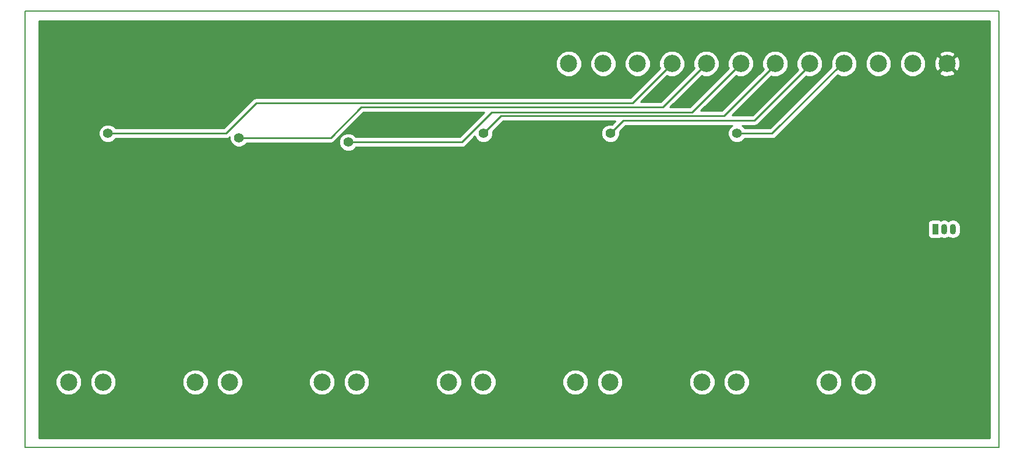
<source format=gbr>
G04 #@! TF.FileFunction,Copper,L2,Bot,Signal*
%FSLAX46Y46*%
G04 Gerber Fmt 4.6, Leading zero omitted, Abs format (unit mm)*
G04 Created by KiCad (PCBNEW 4.0.7) date Mon Jan 29 22:06:17 2018*
%MOMM*%
%LPD*%
G01*
G04 APERTURE LIST*
%ADD10C,0.100000*%
%ADD11C,0.150000*%
%ADD12C,2.500000*%
%ADD13O,0.900000X1.500000*%
%ADD14R,0.900000X1.500000*%
%ADD15C,1.400000*%
%ADD16C,0.250000*%
%ADD17C,0.254000*%
G04 APERTURE END LIST*
D10*
D11*
X106680000Y-33655000D02*
X106680000Y-97155000D01*
X106680000Y-33655000D02*
X248285000Y-33655000D01*
X248285000Y-97155000D02*
X106680000Y-97155000D01*
X248285000Y-33655000D02*
X248285000Y-97155000D01*
D12*
X228520000Y-87630000D03*
X223520000Y-87630000D03*
X240725000Y-41275000D03*
X235725000Y-41275000D03*
X230725000Y-41275000D03*
X225725000Y-41275000D03*
X220725000Y-41275000D03*
X215725000Y-41275000D03*
X210725000Y-41275000D03*
X205725000Y-41275000D03*
X200725000Y-41275000D03*
X195725000Y-41275000D03*
X190725000Y-41275000D03*
X185725000Y-41275000D03*
X210105000Y-87630000D03*
X205105000Y-87630000D03*
X191690000Y-87630000D03*
X186690000Y-87630000D03*
X173275000Y-87630000D03*
X168275000Y-87630000D03*
X154860000Y-87630000D03*
X149860000Y-87630000D03*
X136445000Y-87630000D03*
X131445000Y-87630000D03*
X118030000Y-87630000D03*
X113030000Y-87630000D03*
D13*
X240290000Y-65360000D03*
X241560000Y-65360000D03*
D14*
X239020000Y-65360000D03*
D15*
X226060000Y-66675000D03*
X115570000Y-66040000D03*
X126365000Y-59055000D03*
X133985000Y-66040000D03*
X189230000Y-66040000D03*
X170815000Y-66040000D03*
X143510000Y-59690000D03*
X151765000Y-65405000D03*
X161925000Y-58420000D03*
X180340000Y-58420000D03*
X198755000Y-60325000D03*
X207645000Y-66675000D03*
X218440000Y-59690000D03*
X210185000Y-51435000D03*
X191770000Y-51435000D03*
X173355000Y-51435000D03*
X153670000Y-52705000D03*
X137795000Y-52070000D03*
X118745000Y-51435000D03*
D16*
X126365000Y-59055000D02*
X126365000Y-66040000D01*
X126365000Y-66040000D02*
X140335000Y-80010000D01*
X140335000Y-80010000D02*
X149860000Y-80010000D01*
X133985000Y-66040000D02*
X135890000Y-66040000D01*
X135890000Y-66040000D02*
X149860000Y-80010000D01*
X149860000Y-80010000D02*
X157480000Y-80010000D01*
X189230000Y-66040000D02*
X189230000Y-72390000D01*
X189230000Y-72390000D02*
X181610000Y-80010000D01*
X170815000Y-66040000D02*
X170815000Y-71755000D01*
X170815000Y-71755000D02*
X179070000Y-80010000D01*
X143510000Y-59690000D02*
X143510000Y-66040000D01*
X143510000Y-66040000D02*
X157480000Y-80010000D01*
X157480000Y-80010000D02*
X167005000Y-80010000D01*
X151765000Y-65405000D02*
X166370000Y-80010000D01*
X166370000Y-80010000D02*
X167005000Y-80010000D01*
X167005000Y-80010000D02*
X175895000Y-80010000D01*
X180975000Y-80010000D02*
X180340000Y-80010000D01*
X179070000Y-80010000D02*
X180340000Y-80010000D01*
X175895000Y-80010000D02*
X179070000Y-80010000D01*
X161925000Y-66040000D02*
X175895000Y-80010000D01*
X161925000Y-66040000D02*
X161925000Y-58420000D01*
X180340000Y-58420000D02*
X180340000Y-79375000D01*
X180975000Y-80010000D02*
X181610000Y-80010000D01*
X181610000Y-80010000D02*
X182880000Y-80010000D01*
X180340000Y-79375000D02*
X180975000Y-80010000D01*
X198755000Y-60325000D02*
X198755000Y-64135000D01*
X198755000Y-64135000D02*
X182880000Y-80010000D01*
X207645000Y-66675000D02*
X207645000Y-67310000D01*
X207645000Y-67310000D02*
X194945000Y-80010000D01*
X218440000Y-59690000D02*
X218440000Y-69850000D01*
X208280000Y-80010000D02*
X194945000Y-80010000D01*
X218440000Y-69850000D02*
X208280000Y-80010000D01*
X194945000Y-80010000D02*
X182880000Y-80010000D01*
X218440000Y-59690000D02*
X218420000Y-59670000D01*
X225725000Y-41275000D02*
X225725000Y-40975000D01*
X215265000Y-51435000D02*
X210185000Y-51435000D01*
X225725000Y-40975000D02*
X215265000Y-51435000D01*
X220725000Y-41275000D02*
X220725000Y-41530000D01*
X193675000Y-49530000D02*
X191770000Y-51435000D01*
X212725000Y-49530000D02*
X193675000Y-49530000D01*
X220725000Y-41530000D02*
X212725000Y-49530000D01*
X215725000Y-41450000D02*
X208280000Y-48895000D01*
X208280000Y-48895000D02*
X175895000Y-48895000D01*
X175895000Y-48895000D02*
X173355000Y-51435000D01*
X215725000Y-41450000D02*
X215725000Y-41275000D01*
X153670000Y-52705000D02*
X170180000Y-52705000D01*
X203605002Y-48394998D02*
X210725000Y-41275000D01*
X174490002Y-48394998D02*
X203605002Y-48394998D01*
X170180000Y-52705000D02*
X174490002Y-48394998D01*
X139065000Y-52070000D02*
X151130000Y-52070000D01*
X199375000Y-47625000D02*
X205725000Y-41275000D01*
X155575000Y-47625000D02*
X199375000Y-47625000D01*
X151130000Y-52070000D02*
X155575000Y-47625000D01*
X137795000Y-52070000D02*
X139065000Y-52070000D01*
X139065000Y-52070000D02*
X139700000Y-52070000D01*
X135255000Y-51435000D02*
X135890000Y-51435000D01*
X118745000Y-51435000D02*
X135255000Y-51435000D01*
X195010000Y-46990000D02*
X200725000Y-41275000D01*
X140335000Y-46990000D02*
X195010000Y-46990000D01*
X135890000Y-51435000D02*
X140335000Y-46990000D01*
D17*
G36*
X246888000Y-95758000D02*
X108712000Y-95758000D01*
X108712000Y-88003305D01*
X111144674Y-88003305D01*
X111431043Y-88696372D01*
X111960839Y-89227093D01*
X112653405Y-89514672D01*
X113403305Y-89515326D01*
X114096372Y-89228957D01*
X114627093Y-88699161D01*
X114914672Y-88006595D01*
X114914674Y-88003305D01*
X116144674Y-88003305D01*
X116431043Y-88696372D01*
X116960839Y-89227093D01*
X117653405Y-89514672D01*
X118403305Y-89515326D01*
X119096372Y-89228957D01*
X119627093Y-88699161D01*
X119914672Y-88006595D01*
X119914674Y-88003305D01*
X129559674Y-88003305D01*
X129846043Y-88696372D01*
X130375839Y-89227093D01*
X131068405Y-89514672D01*
X131818305Y-89515326D01*
X132511372Y-89228957D01*
X133042093Y-88699161D01*
X133329672Y-88006595D01*
X133329674Y-88003305D01*
X134559674Y-88003305D01*
X134846043Y-88696372D01*
X135375839Y-89227093D01*
X136068405Y-89514672D01*
X136818305Y-89515326D01*
X137511372Y-89228957D01*
X138042093Y-88699161D01*
X138329672Y-88006595D01*
X138329674Y-88003305D01*
X147974674Y-88003305D01*
X148261043Y-88696372D01*
X148790839Y-89227093D01*
X149483405Y-89514672D01*
X150233305Y-89515326D01*
X150926372Y-89228957D01*
X151457093Y-88699161D01*
X151744672Y-88006595D01*
X151744674Y-88003305D01*
X152974674Y-88003305D01*
X153261043Y-88696372D01*
X153790839Y-89227093D01*
X154483405Y-89514672D01*
X155233305Y-89515326D01*
X155926372Y-89228957D01*
X156457093Y-88699161D01*
X156744672Y-88006595D01*
X156744674Y-88003305D01*
X166389674Y-88003305D01*
X166676043Y-88696372D01*
X167205839Y-89227093D01*
X167898405Y-89514672D01*
X168648305Y-89515326D01*
X169341372Y-89228957D01*
X169872093Y-88699161D01*
X170159672Y-88006595D01*
X170159674Y-88003305D01*
X171389674Y-88003305D01*
X171676043Y-88696372D01*
X172205839Y-89227093D01*
X172898405Y-89514672D01*
X173648305Y-89515326D01*
X174341372Y-89228957D01*
X174872093Y-88699161D01*
X175159672Y-88006595D01*
X175159674Y-88003305D01*
X184804674Y-88003305D01*
X185091043Y-88696372D01*
X185620839Y-89227093D01*
X186313405Y-89514672D01*
X187063305Y-89515326D01*
X187756372Y-89228957D01*
X188287093Y-88699161D01*
X188574672Y-88006595D01*
X188574674Y-88003305D01*
X189804674Y-88003305D01*
X190091043Y-88696372D01*
X190620839Y-89227093D01*
X191313405Y-89514672D01*
X192063305Y-89515326D01*
X192756372Y-89228957D01*
X193287093Y-88699161D01*
X193574672Y-88006595D01*
X193574674Y-88003305D01*
X203219674Y-88003305D01*
X203506043Y-88696372D01*
X204035839Y-89227093D01*
X204728405Y-89514672D01*
X205478305Y-89515326D01*
X206171372Y-89228957D01*
X206702093Y-88699161D01*
X206989672Y-88006595D01*
X206989674Y-88003305D01*
X208219674Y-88003305D01*
X208506043Y-88696372D01*
X209035839Y-89227093D01*
X209728405Y-89514672D01*
X210478305Y-89515326D01*
X211171372Y-89228957D01*
X211702093Y-88699161D01*
X211989672Y-88006595D01*
X211989674Y-88003305D01*
X221634674Y-88003305D01*
X221921043Y-88696372D01*
X222450839Y-89227093D01*
X223143405Y-89514672D01*
X223893305Y-89515326D01*
X224586372Y-89228957D01*
X225117093Y-88699161D01*
X225404672Y-88006595D01*
X225404674Y-88003305D01*
X226634674Y-88003305D01*
X226921043Y-88696372D01*
X227450839Y-89227093D01*
X228143405Y-89514672D01*
X228893305Y-89515326D01*
X229586372Y-89228957D01*
X230117093Y-88699161D01*
X230404672Y-88006595D01*
X230405326Y-87256695D01*
X230118957Y-86563628D01*
X229589161Y-86032907D01*
X228896595Y-85745328D01*
X228146695Y-85744674D01*
X227453628Y-86031043D01*
X226922907Y-86560839D01*
X226635328Y-87253405D01*
X226634674Y-88003305D01*
X225404674Y-88003305D01*
X225405326Y-87256695D01*
X225118957Y-86563628D01*
X224589161Y-86032907D01*
X223896595Y-85745328D01*
X223146695Y-85744674D01*
X222453628Y-86031043D01*
X221922907Y-86560839D01*
X221635328Y-87253405D01*
X221634674Y-88003305D01*
X211989674Y-88003305D01*
X211990326Y-87256695D01*
X211703957Y-86563628D01*
X211174161Y-86032907D01*
X210481595Y-85745328D01*
X209731695Y-85744674D01*
X209038628Y-86031043D01*
X208507907Y-86560839D01*
X208220328Y-87253405D01*
X208219674Y-88003305D01*
X206989674Y-88003305D01*
X206990326Y-87256695D01*
X206703957Y-86563628D01*
X206174161Y-86032907D01*
X205481595Y-85745328D01*
X204731695Y-85744674D01*
X204038628Y-86031043D01*
X203507907Y-86560839D01*
X203220328Y-87253405D01*
X203219674Y-88003305D01*
X193574674Y-88003305D01*
X193575326Y-87256695D01*
X193288957Y-86563628D01*
X192759161Y-86032907D01*
X192066595Y-85745328D01*
X191316695Y-85744674D01*
X190623628Y-86031043D01*
X190092907Y-86560839D01*
X189805328Y-87253405D01*
X189804674Y-88003305D01*
X188574674Y-88003305D01*
X188575326Y-87256695D01*
X188288957Y-86563628D01*
X187759161Y-86032907D01*
X187066595Y-85745328D01*
X186316695Y-85744674D01*
X185623628Y-86031043D01*
X185092907Y-86560839D01*
X184805328Y-87253405D01*
X184804674Y-88003305D01*
X175159674Y-88003305D01*
X175160326Y-87256695D01*
X174873957Y-86563628D01*
X174344161Y-86032907D01*
X173651595Y-85745328D01*
X172901695Y-85744674D01*
X172208628Y-86031043D01*
X171677907Y-86560839D01*
X171390328Y-87253405D01*
X171389674Y-88003305D01*
X170159674Y-88003305D01*
X170160326Y-87256695D01*
X169873957Y-86563628D01*
X169344161Y-86032907D01*
X168651595Y-85745328D01*
X167901695Y-85744674D01*
X167208628Y-86031043D01*
X166677907Y-86560839D01*
X166390328Y-87253405D01*
X166389674Y-88003305D01*
X156744674Y-88003305D01*
X156745326Y-87256695D01*
X156458957Y-86563628D01*
X155929161Y-86032907D01*
X155236595Y-85745328D01*
X154486695Y-85744674D01*
X153793628Y-86031043D01*
X153262907Y-86560839D01*
X152975328Y-87253405D01*
X152974674Y-88003305D01*
X151744674Y-88003305D01*
X151745326Y-87256695D01*
X151458957Y-86563628D01*
X150929161Y-86032907D01*
X150236595Y-85745328D01*
X149486695Y-85744674D01*
X148793628Y-86031043D01*
X148262907Y-86560839D01*
X147975328Y-87253405D01*
X147974674Y-88003305D01*
X138329674Y-88003305D01*
X138330326Y-87256695D01*
X138043957Y-86563628D01*
X137514161Y-86032907D01*
X136821595Y-85745328D01*
X136071695Y-85744674D01*
X135378628Y-86031043D01*
X134847907Y-86560839D01*
X134560328Y-87253405D01*
X134559674Y-88003305D01*
X133329674Y-88003305D01*
X133330326Y-87256695D01*
X133043957Y-86563628D01*
X132514161Y-86032907D01*
X131821595Y-85745328D01*
X131071695Y-85744674D01*
X130378628Y-86031043D01*
X129847907Y-86560839D01*
X129560328Y-87253405D01*
X129559674Y-88003305D01*
X119914674Y-88003305D01*
X119915326Y-87256695D01*
X119628957Y-86563628D01*
X119099161Y-86032907D01*
X118406595Y-85745328D01*
X117656695Y-85744674D01*
X116963628Y-86031043D01*
X116432907Y-86560839D01*
X116145328Y-87253405D01*
X116144674Y-88003305D01*
X114914674Y-88003305D01*
X114915326Y-87256695D01*
X114628957Y-86563628D01*
X114099161Y-86032907D01*
X113406595Y-85745328D01*
X112656695Y-85744674D01*
X111963628Y-86031043D01*
X111432907Y-86560839D01*
X111145328Y-87253405D01*
X111144674Y-88003305D01*
X108712000Y-88003305D01*
X108712000Y-64610000D01*
X237922560Y-64610000D01*
X237922560Y-66110000D01*
X237966838Y-66345317D01*
X238105910Y-66561441D01*
X238318110Y-66706431D01*
X238570000Y-66757440D01*
X239470000Y-66757440D01*
X239705317Y-66713162D01*
X239809655Y-66646022D01*
X239874788Y-66689543D01*
X240290000Y-66772134D01*
X240705212Y-66689543D01*
X240925000Y-66542685D01*
X241144788Y-66689543D01*
X241560000Y-66772134D01*
X241975212Y-66689543D01*
X242327211Y-66454345D01*
X242562409Y-66102346D01*
X242645000Y-65687134D01*
X242645000Y-65032866D01*
X242562409Y-64617654D01*
X242327211Y-64265655D01*
X241975212Y-64030457D01*
X241560000Y-63947866D01*
X241144788Y-64030457D01*
X240925000Y-64177315D01*
X240705212Y-64030457D01*
X240290000Y-63947866D01*
X239874788Y-64030457D01*
X239809981Y-64073759D01*
X239721890Y-64013569D01*
X239470000Y-63962560D01*
X238570000Y-63962560D01*
X238334683Y-64006838D01*
X238118559Y-64145910D01*
X237973569Y-64358110D01*
X237922560Y-64610000D01*
X108712000Y-64610000D01*
X108712000Y-51699383D01*
X117409769Y-51699383D01*
X117612582Y-52190229D01*
X117987796Y-52566098D01*
X118478287Y-52769768D01*
X119009383Y-52770231D01*
X119500229Y-52567418D01*
X119873297Y-52195000D01*
X135890000Y-52195000D01*
X136180839Y-52137148D01*
X136427401Y-51972401D01*
X136460113Y-51939689D01*
X136459769Y-52334383D01*
X136662582Y-52825229D01*
X137037796Y-53201098D01*
X137528287Y-53404768D01*
X138059383Y-53405231D01*
X138550229Y-53202418D01*
X138923297Y-52830000D01*
X151130000Y-52830000D01*
X151420839Y-52772148D01*
X151667401Y-52607401D01*
X155889802Y-48385000D01*
X173425198Y-48385000D01*
X169865198Y-51945000D01*
X154797655Y-51945000D01*
X154427204Y-51573902D01*
X153936713Y-51370232D01*
X153405617Y-51369769D01*
X152914771Y-51572582D01*
X152538902Y-51947796D01*
X152335232Y-52438287D01*
X152334769Y-52969383D01*
X152537582Y-53460229D01*
X152912796Y-53836098D01*
X153403287Y-54039768D01*
X153934383Y-54040231D01*
X154425229Y-53837418D01*
X154798297Y-53465000D01*
X170180000Y-53465000D01*
X170470839Y-53407148D01*
X170717401Y-53242401D01*
X172090131Y-51869671D01*
X172222582Y-52190229D01*
X172597796Y-52566098D01*
X173088287Y-52769768D01*
X173619383Y-52770231D01*
X174110229Y-52567418D01*
X174486098Y-52192204D01*
X174689768Y-51701713D01*
X174690228Y-51174574D01*
X176209802Y-49655000D01*
X192475198Y-49655000D01*
X192029972Y-50100226D01*
X191505617Y-50099769D01*
X191014771Y-50302582D01*
X190638902Y-50677796D01*
X190435232Y-51168287D01*
X190434769Y-51699383D01*
X190637582Y-52190229D01*
X191012796Y-52566098D01*
X191503287Y-52769768D01*
X192034383Y-52770231D01*
X192525229Y-52567418D01*
X192901098Y-52192204D01*
X193104768Y-51701713D01*
X193105228Y-51174574D01*
X193989802Y-50290000D01*
X209460222Y-50290000D01*
X209429771Y-50302582D01*
X209053902Y-50677796D01*
X208850232Y-51168287D01*
X208849769Y-51699383D01*
X209052582Y-52190229D01*
X209427796Y-52566098D01*
X209918287Y-52769768D01*
X210449383Y-52770231D01*
X210940229Y-52567418D01*
X211313297Y-52195000D01*
X215265000Y-52195000D01*
X215555839Y-52137148D01*
X215802401Y-51972401D01*
X224830276Y-42944526D01*
X225348405Y-43159672D01*
X226098305Y-43160326D01*
X226791372Y-42873957D01*
X227322093Y-42344161D01*
X227609672Y-41651595D01*
X227609674Y-41648305D01*
X228839674Y-41648305D01*
X229126043Y-42341372D01*
X229655839Y-42872093D01*
X230348405Y-43159672D01*
X231098305Y-43160326D01*
X231791372Y-42873957D01*
X232322093Y-42344161D01*
X232609672Y-41651595D01*
X232609674Y-41648305D01*
X233839674Y-41648305D01*
X234126043Y-42341372D01*
X234655839Y-42872093D01*
X235348405Y-43159672D01*
X236098305Y-43160326D01*
X236791372Y-42873957D01*
X237057472Y-42608320D01*
X239571285Y-42608320D01*
X239700533Y-42901123D01*
X240400806Y-43169388D01*
X241150435Y-43149250D01*
X241749467Y-42901123D01*
X241878715Y-42608320D01*
X240725000Y-41454605D01*
X239571285Y-42608320D01*
X237057472Y-42608320D01*
X237322093Y-42344161D01*
X237609672Y-41651595D01*
X237610283Y-40950806D01*
X238830612Y-40950806D01*
X238850750Y-41700435D01*
X239098877Y-42299467D01*
X239391680Y-42428715D01*
X240545395Y-41275000D01*
X240904605Y-41275000D01*
X242058320Y-42428715D01*
X242351123Y-42299467D01*
X242619388Y-41599194D01*
X242599250Y-40849565D01*
X242351123Y-40250533D01*
X242058320Y-40121285D01*
X240904605Y-41275000D01*
X240545395Y-41275000D01*
X239391680Y-40121285D01*
X239098877Y-40250533D01*
X238830612Y-40950806D01*
X237610283Y-40950806D01*
X237610326Y-40901695D01*
X237323957Y-40208628D01*
X237057475Y-39941680D01*
X239571285Y-39941680D01*
X240725000Y-41095395D01*
X241878715Y-39941680D01*
X241749467Y-39648877D01*
X241049194Y-39380612D01*
X240299565Y-39400750D01*
X239700533Y-39648877D01*
X239571285Y-39941680D01*
X237057475Y-39941680D01*
X236794161Y-39677907D01*
X236101595Y-39390328D01*
X235351695Y-39389674D01*
X234658628Y-39676043D01*
X234127907Y-40205839D01*
X233840328Y-40898405D01*
X233839674Y-41648305D01*
X232609674Y-41648305D01*
X232610326Y-40901695D01*
X232323957Y-40208628D01*
X231794161Y-39677907D01*
X231101595Y-39390328D01*
X230351695Y-39389674D01*
X229658628Y-39676043D01*
X229127907Y-40205839D01*
X228840328Y-40898405D01*
X228839674Y-41648305D01*
X227609674Y-41648305D01*
X227610326Y-40901695D01*
X227323957Y-40208628D01*
X226794161Y-39677907D01*
X226101595Y-39390328D01*
X225351695Y-39389674D01*
X224658628Y-39676043D01*
X224127907Y-40205839D01*
X223840328Y-40898405D01*
X223839674Y-41648305D01*
X223879794Y-41745404D01*
X214950198Y-50675000D01*
X211312655Y-50675000D01*
X210942204Y-50303902D01*
X210908724Y-50290000D01*
X212725000Y-50290000D01*
X213015839Y-50232148D01*
X213262401Y-50067401D01*
X220222437Y-43107366D01*
X220348405Y-43159672D01*
X221098305Y-43160326D01*
X221791372Y-42873957D01*
X222322093Y-42344161D01*
X222609672Y-41651595D01*
X222610326Y-40901695D01*
X222323957Y-40208628D01*
X221794161Y-39677907D01*
X221101595Y-39390328D01*
X220351695Y-39389674D01*
X219658628Y-39676043D01*
X219127907Y-40205839D01*
X218840328Y-40898405D01*
X218839674Y-41648305D01*
X219042066Y-42138131D01*
X212410198Y-48770000D01*
X209479802Y-48770000D01*
X215165909Y-43083893D01*
X215348405Y-43159672D01*
X216098305Y-43160326D01*
X216791372Y-42873957D01*
X217322093Y-42344161D01*
X217609672Y-41651595D01*
X217610326Y-40901695D01*
X217323957Y-40208628D01*
X216794161Y-39677907D01*
X216101595Y-39390328D01*
X215351695Y-39389674D01*
X214658628Y-39676043D01*
X214127907Y-40205839D01*
X213840328Y-40898405D01*
X213839674Y-41648305D01*
X214018676Y-42081522D01*
X207965198Y-48135000D01*
X204939802Y-48135000D01*
X210042255Y-43032547D01*
X210348405Y-43159672D01*
X211098305Y-43160326D01*
X211791372Y-42873957D01*
X212322093Y-42344161D01*
X212609672Y-41651595D01*
X212610326Y-40901695D01*
X212323957Y-40208628D01*
X211794161Y-39677907D01*
X211101595Y-39390328D01*
X210351695Y-39389674D01*
X209658628Y-39676043D01*
X209127907Y-40205839D01*
X208840328Y-40898405D01*
X208839674Y-41648305D01*
X208967509Y-41957689D01*
X203290200Y-47634998D01*
X200439804Y-47634998D01*
X205042255Y-43032547D01*
X205348405Y-43159672D01*
X206098305Y-43160326D01*
X206791372Y-42873957D01*
X207322093Y-42344161D01*
X207609672Y-41651595D01*
X207610326Y-40901695D01*
X207323957Y-40208628D01*
X206794161Y-39677907D01*
X206101595Y-39390328D01*
X205351695Y-39389674D01*
X204658628Y-39676043D01*
X204127907Y-40205839D01*
X203840328Y-40898405D01*
X203839674Y-41648305D01*
X203967509Y-41957689D01*
X199060198Y-46865000D01*
X196209802Y-46865000D01*
X200042255Y-43032547D01*
X200348405Y-43159672D01*
X201098305Y-43160326D01*
X201791372Y-42873957D01*
X202322093Y-42344161D01*
X202609672Y-41651595D01*
X202610326Y-40901695D01*
X202323957Y-40208628D01*
X201794161Y-39677907D01*
X201101595Y-39390328D01*
X200351695Y-39389674D01*
X199658628Y-39676043D01*
X199127907Y-40205839D01*
X198840328Y-40898405D01*
X198839674Y-41648305D01*
X198967509Y-41957689D01*
X194695198Y-46230000D01*
X140335000Y-46230000D01*
X140044160Y-46287852D01*
X139797599Y-46452599D01*
X135575198Y-50675000D01*
X119872655Y-50675000D01*
X119502204Y-50303902D01*
X119011713Y-50100232D01*
X118480617Y-50099769D01*
X117989771Y-50302582D01*
X117613902Y-50677796D01*
X117410232Y-51168287D01*
X117409769Y-51699383D01*
X108712000Y-51699383D01*
X108712000Y-41648305D01*
X183839674Y-41648305D01*
X184126043Y-42341372D01*
X184655839Y-42872093D01*
X185348405Y-43159672D01*
X186098305Y-43160326D01*
X186791372Y-42873957D01*
X187322093Y-42344161D01*
X187609672Y-41651595D01*
X187609674Y-41648305D01*
X188839674Y-41648305D01*
X189126043Y-42341372D01*
X189655839Y-42872093D01*
X190348405Y-43159672D01*
X191098305Y-43160326D01*
X191791372Y-42873957D01*
X192322093Y-42344161D01*
X192609672Y-41651595D01*
X192609674Y-41648305D01*
X193839674Y-41648305D01*
X194126043Y-42341372D01*
X194655839Y-42872093D01*
X195348405Y-43159672D01*
X196098305Y-43160326D01*
X196791372Y-42873957D01*
X197322093Y-42344161D01*
X197609672Y-41651595D01*
X197610326Y-40901695D01*
X197323957Y-40208628D01*
X196794161Y-39677907D01*
X196101595Y-39390328D01*
X195351695Y-39389674D01*
X194658628Y-39676043D01*
X194127907Y-40205839D01*
X193840328Y-40898405D01*
X193839674Y-41648305D01*
X192609674Y-41648305D01*
X192610326Y-40901695D01*
X192323957Y-40208628D01*
X191794161Y-39677907D01*
X191101595Y-39390328D01*
X190351695Y-39389674D01*
X189658628Y-39676043D01*
X189127907Y-40205839D01*
X188840328Y-40898405D01*
X188839674Y-41648305D01*
X187609674Y-41648305D01*
X187610326Y-40901695D01*
X187323957Y-40208628D01*
X186794161Y-39677907D01*
X186101595Y-39390328D01*
X185351695Y-39389674D01*
X184658628Y-39676043D01*
X184127907Y-40205839D01*
X183840328Y-40898405D01*
X183839674Y-41648305D01*
X108712000Y-41648305D01*
X108712000Y-35052000D01*
X246888000Y-35052000D01*
X246888000Y-95758000D01*
X246888000Y-95758000D01*
G37*
X246888000Y-95758000D02*
X108712000Y-95758000D01*
X108712000Y-88003305D01*
X111144674Y-88003305D01*
X111431043Y-88696372D01*
X111960839Y-89227093D01*
X112653405Y-89514672D01*
X113403305Y-89515326D01*
X114096372Y-89228957D01*
X114627093Y-88699161D01*
X114914672Y-88006595D01*
X114914674Y-88003305D01*
X116144674Y-88003305D01*
X116431043Y-88696372D01*
X116960839Y-89227093D01*
X117653405Y-89514672D01*
X118403305Y-89515326D01*
X119096372Y-89228957D01*
X119627093Y-88699161D01*
X119914672Y-88006595D01*
X119914674Y-88003305D01*
X129559674Y-88003305D01*
X129846043Y-88696372D01*
X130375839Y-89227093D01*
X131068405Y-89514672D01*
X131818305Y-89515326D01*
X132511372Y-89228957D01*
X133042093Y-88699161D01*
X133329672Y-88006595D01*
X133329674Y-88003305D01*
X134559674Y-88003305D01*
X134846043Y-88696372D01*
X135375839Y-89227093D01*
X136068405Y-89514672D01*
X136818305Y-89515326D01*
X137511372Y-89228957D01*
X138042093Y-88699161D01*
X138329672Y-88006595D01*
X138329674Y-88003305D01*
X147974674Y-88003305D01*
X148261043Y-88696372D01*
X148790839Y-89227093D01*
X149483405Y-89514672D01*
X150233305Y-89515326D01*
X150926372Y-89228957D01*
X151457093Y-88699161D01*
X151744672Y-88006595D01*
X151744674Y-88003305D01*
X152974674Y-88003305D01*
X153261043Y-88696372D01*
X153790839Y-89227093D01*
X154483405Y-89514672D01*
X155233305Y-89515326D01*
X155926372Y-89228957D01*
X156457093Y-88699161D01*
X156744672Y-88006595D01*
X156744674Y-88003305D01*
X166389674Y-88003305D01*
X166676043Y-88696372D01*
X167205839Y-89227093D01*
X167898405Y-89514672D01*
X168648305Y-89515326D01*
X169341372Y-89228957D01*
X169872093Y-88699161D01*
X170159672Y-88006595D01*
X170159674Y-88003305D01*
X171389674Y-88003305D01*
X171676043Y-88696372D01*
X172205839Y-89227093D01*
X172898405Y-89514672D01*
X173648305Y-89515326D01*
X174341372Y-89228957D01*
X174872093Y-88699161D01*
X175159672Y-88006595D01*
X175159674Y-88003305D01*
X184804674Y-88003305D01*
X185091043Y-88696372D01*
X185620839Y-89227093D01*
X186313405Y-89514672D01*
X187063305Y-89515326D01*
X187756372Y-89228957D01*
X188287093Y-88699161D01*
X188574672Y-88006595D01*
X188574674Y-88003305D01*
X189804674Y-88003305D01*
X190091043Y-88696372D01*
X190620839Y-89227093D01*
X191313405Y-89514672D01*
X192063305Y-89515326D01*
X192756372Y-89228957D01*
X193287093Y-88699161D01*
X193574672Y-88006595D01*
X193574674Y-88003305D01*
X203219674Y-88003305D01*
X203506043Y-88696372D01*
X204035839Y-89227093D01*
X204728405Y-89514672D01*
X205478305Y-89515326D01*
X206171372Y-89228957D01*
X206702093Y-88699161D01*
X206989672Y-88006595D01*
X206989674Y-88003305D01*
X208219674Y-88003305D01*
X208506043Y-88696372D01*
X209035839Y-89227093D01*
X209728405Y-89514672D01*
X210478305Y-89515326D01*
X211171372Y-89228957D01*
X211702093Y-88699161D01*
X211989672Y-88006595D01*
X211989674Y-88003305D01*
X221634674Y-88003305D01*
X221921043Y-88696372D01*
X222450839Y-89227093D01*
X223143405Y-89514672D01*
X223893305Y-89515326D01*
X224586372Y-89228957D01*
X225117093Y-88699161D01*
X225404672Y-88006595D01*
X225404674Y-88003305D01*
X226634674Y-88003305D01*
X226921043Y-88696372D01*
X227450839Y-89227093D01*
X228143405Y-89514672D01*
X228893305Y-89515326D01*
X229586372Y-89228957D01*
X230117093Y-88699161D01*
X230404672Y-88006595D01*
X230405326Y-87256695D01*
X230118957Y-86563628D01*
X229589161Y-86032907D01*
X228896595Y-85745328D01*
X228146695Y-85744674D01*
X227453628Y-86031043D01*
X226922907Y-86560839D01*
X226635328Y-87253405D01*
X226634674Y-88003305D01*
X225404674Y-88003305D01*
X225405326Y-87256695D01*
X225118957Y-86563628D01*
X224589161Y-86032907D01*
X223896595Y-85745328D01*
X223146695Y-85744674D01*
X222453628Y-86031043D01*
X221922907Y-86560839D01*
X221635328Y-87253405D01*
X221634674Y-88003305D01*
X211989674Y-88003305D01*
X211990326Y-87256695D01*
X211703957Y-86563628D01*
X211174161Y-86032907D01*
X210481595Y-85745328D01*
X209731695Y-85744674D01*
X209038628Y-86031043D01*
X208507907Y-86560839D01*
X208220328Y-87253405D01*
X208219674Y-88003305D01*
X206989674Y-88003305D01*
X206990326Y-87256695D01*
X206703957Y-86563628D01*
X206174161Y-86032907D01*
X205481595Y-85745328D01*
X204731695Y-85744674D01*
X204038628Y-86031043D01*
X203507907Y-86560839D01*
X203220328Y-87253405D01*
X203219674Y-88003305D01*
X193574674Y-88003305D01*
X193575326Y-87256695D01*
X193288957Y-86563628D01*
X192759161Y-86032907D01*
X192066595Y-85745328D01*
X191316695Y-85744674D01*
X190623628Y-86031043D01*
X190092907Y-86560839D01*
X189805328Y-87253405D01*
X189804674Y-88003305D01*
X188574674Y-88003305D01*
X188575326Y-87256695D01*
X188288957Y-86563628D01*
X187759161Y-86032907D01*
X187066595Y-85745328D01*
X186316695Y-85744674D01*
X185623628Y-86031043D01*
X185092907Y-86560839D01*
X184805328Y-87253405D01*
X184804674Y-88003305D01*
X175159674Y-88003305D01*
X175160326Y-87256695D01*
X174873957Y-86563628D01*
X174344161Y-86032907D01*
X173651595Y-85745328D01*
X172901695Y-85744674D01*
X172208628Y-86031043D01*
X171677907Y-86560839D01*
X171390328Y-87253405D01*
X171389674Y-88003305D01*
X170159674Y-88003305D01*
X170160326Y-87256695D01*
X169873957Y-86563628D01*
X169344161Y-86032907D01*
X168651595Y-85745328D01*
X167901695Y-85744674D01*
X167208628Y-86031043D01*
X166677907Y-86560839D01*
X166390328Y-87253405D01*
X166389674Y-88003305D01*
X156744674Y-88003305D01*
X156745326Y-87256695D01*
X156458957Y-86563628D01*
X155929161Y-86032907D01*
X155236595Y-85745328D01*
X154486695Y-85744674D01*
X153793628Y-86031043D01*
X153262907Y-86560839D01*
X152975328Y-87253405D01*
X152974674Y-88003305D01*
X151744674Y-88003305D01*
X151745326Y-87256695D01*
X151458957Y-86563628D01*
X150929161Y-86032907D01*
X150236595Y-85745328D01*
X149486695Y-85744674D01*
X148793628Y-86031043D01*
X148262907Y-86560839D01*
X147975328Y-87253405D01*
X147974674Y-88003305D01*
X138329674Y-88003305D01*
X138330326Y-87256695D01*
X138043957Y-86563628D01*
X137514161Y-86032907D01*
X136821595Y-85745328D01*
X136071695Y-85744674D01*
X135378628Y-86031043D01*
X134847907Y-86560839D01*
X134560328Y-87253405D01*
X134559674Y-88003305D01*
X133329674Y-88003305D01*
X133330326Y-87256695D01*
X133043957Y-86563628D01*
X132514161Y-86032907D01*
X131821595Y-85745328D01*
X131071695Y-85744674D01*
X130378628Y-86031043D01*
X129847907Y-86560839D01*
X129560328Y-87253405D01*
X129559674Y-88003305D01*
X119914674Y-88003305D01*
X119915326Y-87256695D01*
X119628957Y-86563628D01*
X119099161Y-86032907D01*
X118406595Y-85745328D01*
X117656695Y-85744674D01*
X116963628Y-86031043D01*
X116432907Y-86560839D01*
X116145328Y-87253405D01*
X116144674Y-88003305D01*
X114914674Y-88003305D01*
X114915326Y-87256695D01*
X114628957Y-86563628D01*
X114099161Y-86032907D01*
X113406595Y-85745328D01*
X112656695Y-85744674D01*
X111963628Y-86031043D01*
X111432907Y-86560839D01*
X111145328Y-87253405D01*
X111144674Y-88003305D01*
X108712000Y-88003305D01*
X108712000Y-64610000D01*
X237922560Y-64610000D01*
X237922560Y-66110000D01*
X237966838Y-66345317D01*
X238105910Y-66561441D01*
X238318110Y-66706431D01*
X238570000Y-66757440D01*
X239470000Y-66757440D01*
X239705317Y-66713162D01*
X239809655Y-66646022D01*
X239874788Y-66689543D01*
X240290000Y-66772134D01*
X240705212Y-66689543D01*
X240925000Y-66542685D01*
X241144788Y-66689543D01*
X241560000Y-66772134D01*
X241975212Y-66689543D01*
X242327211Y-66454345D01*
X242562409Y-66102346D01*
X242645000Y-65687134D01*
X242645000Y-65032866D01*
X242562409Y-64617654D01*
X242327211Y-64265655D01*
X241975212Y-64030457D01*
X241560000Y-63947866D01*
X241144788Y-64030457D01*
X240925000Y-64177315D01*
X240705212Y-64030457D01*
X240290000Y-63947866D01*
X239874788Y-64030457D01*
X239809981Y-64073759D01*
X239721890Y-64013569D01*
X239470000Y-63962560D01*
X238570000Y-63962560D01*
X238334683Y-64006838D01*
X238118559Y-64145910D01*
X237973569Y-64358110D01*
X237922560Y-64610000D01*
X108712000Y-64610000D01*
X108712000Y-51699383D01*
X117409769Y-51699383D01*
X117612582Y-52190229D01*
X117987796Y-52566098D01*
X118478287Y-52769768D01*
X119009383Y-52770231D01*
X119500229Y-52567418D01*
X119873297Y-52195000D01*
X135890000Y-52195000D01*
X136180839Y-52137148D01*
X136427401Y-51972401D01*
X136460113Y-51939689D01*
X136459769Y-52334383D01*
X136662582Y-52825229D01*
X137037796Y-53201098D01*
X137528287Y-53404768D01*
X138059383Y-53405231D01*
X138550229Y-53202418D01*
X138923297Y-52830000D01*
X151130000Y-52830000D01*
X151420839Y-52772148D01*
X151667401Y-52607401D01*
X155889802Y-48385000D01*
X173425198Y-48385000D01*
X169865198Y-51945000D01*
X154797655Y-51945000D01*
X154427204Y-51573902D01*
X153936713Y-51370232D01*
X153405617Y-51369769D01*
X152914771Y-51572582D01*
X152538902Y-51947796D01*
X152335232Y-52438287D01*
X152334769Y-52969383D01*
X152537582Y-53460229D01*
X152912796Y-53836098D01*
X153403287Y-54039768D01*
X153934383Y-54040231D01*
X154425229Y-53837418D01*
X154798297Y-53465000D01*
X170180000Y-53465000D01*
X170470839Y-53407148D01*
X170717401Y-53242401D01*
X172090131Y-51869671D01*
X172222582Y-52190229D01*
X172597796Y-52566098D01*
X173088287Y-52769768D01*
X173619383Y-52770231D01*
X174110229Y-52567418D01*
X174486098Y-52192204D01*
X174689768Y-51701713D01*
X174690228Y-51174574D01*
X176209802Y-49655000D01*
X192475198Y-49655000D01*
X192029972Y-50100226D01*
X191505617Y-50099769D01*
X191014771Y-50302582D01*
X190638902Y-50677796D01*
X190435232Y-51168287D01*
X190434769Y-51699383D01*
X190637582Y-52190229D01*
X191012796Y-52566098D01*
X191503287Y-52769768D01*
X192034383Y-52770231D01*
X192525229Y-52567418D01*
X192901098Y-52192204D01*
X193104768Y-51701713D01*
X193105228Y-51174574D01*
X193989802Y-50290000D01*
X209460222Y-50290000D01*
X209429771Y-50302582D01*
X209053902Y-50677796D01*
X208850232Y-51168287D01*
X208849769Y-51699383D01*
X209052582Y-52190229D01*
X209427796Y-52566098D01*
X209918287Y-52769768D01*
X210449383Y-52770231D01*
X210940229Y-52567418D01*
X211313297Y-52195000D01*
X215265000Y-52195000D01*
X215555839Y-52137148D01*
X215802401Y-51972401D01*
X224830276Y-42944526D01*
X225348405Y-43159672D01*
X226098305Y-43160326D01*
X226791372Y-42873957D01*
X227322093Y-42344161D01*
X227609672Y-41651595D01*
X227609674Y-41648305D01*
X228839674Y-41648305D01*
X229126043Y-42341372D01*
X229655839Y-42872093D01*
X230348405Y-43159672D01*
X231098305Y-43160326D01*
X231791372Y-42873957D01*
X232322093Y-42344161D01*
X232609672Y-41651595D01*
X232609674Y-41648305D01*
X233839674Y-41648305D01*
X234126043Y-42341372D01*
X234655839Y-42872093D01*
X235348405Y-43159672D01*
X236098305Y-43160326D01*
X236791372Y-42873957D01*
X237057472Y-42608320D01*
X239571285Y-42608320D01*
X239700533Y-42901123D01*
X240400806Y-43169388D01*
X241150435Y-43149250D01*
X241749467Y-42901123D01*
X241878715Y-42608320D01*
X240725000Y-41454605D01*
X239571285Y-42608320D01*
X237057472Y-42608320D01*
X237322093Y-42344161D01*
X237609672Y-41651595D01*
X237610283Y-40950806D01*
X238830612Y-40950806D01*
X238850750Y-41700435D01*
X239098877Y-42299467D01*
X239391680Y-42428715D01*
X240545395Y-41275000D01*
X240904605Y-41275000D01*
X242058320Y-42428715D01*
X242351123Y-42299467D01*
X242619388Y-41599194D01*
X242599250Y-40849565D01*
X242351123Y-40250533D01*
X242058320Y-40121285D01*
X240904605Y-41275000D01*
X240545395Y-41275000D01*
X239391680Y-40121285D01*
X239098877Y-40250533D01*
X238830612Y-40950806D01*
X237610283Y-40950806D01*
X237610326Y-40901695D01*
X237323957Y-40208628D01*
X237057475Y-39941680D01*
X239571285Y-39941680D01*
X240725000Y-41095395D01*
X241878715Y-39941680D01*
X241749467Y-39648877D01*
X241049194Y-39380612D01*
X240299565Y-39400750D01*
X239700533Y-39648877D01*
X239571285Y-39941680D01*
X237057475Y-39941680D01*
X236794161Y-39677907D01*
X236101595Y-39390328D01*
X235351695Y-39389674D01*
X234658628Y-39676043D01*
X234127907Y-40205839D01*
X233840328Y-40898405D01*
X233839674Y-41648305D01*
X232609674Y-41648305D01*
X232610326Y-40901695D01*
X232323957Y-40208628D01*
X231794161Y-39677907D01*
X231101595Y-39390328D01*
X230351695Y-39389674D01*
X229658628Y-39676043D01*
X229127907Y-40205839D01*
X228840328Y-40898405D01*
X228839674Y-41648305D01*
X227609674Y-41648305D01*
X227610326Y-40901695D01*
X227323957Y-40208628D01*
X226794161Y-39677907D01*
X226101595Y-39390328D01*
X225351695Y-39389674D01*
X224658628Y-39676043D01*
X224127907Y-40205839D01*
X223840328Y-40898405D01*
X223839674Y-41648305D01*
X223879794Y-41745404D01*
X214950198Y-50675000D01*
X211312655Y-50675000D01*
X210942204Y-50303902D01*
X210908724Y-50290000D01*
X212725000Y-50290000D01*
X213015839Y-50232148D01*
X213262401Y-50067401D01*
X220222437Y-43107366D01*
X220348405Y-43159672D01*
X221098305Y-43160326D01*
X221791372Y-42873957D01*
X222322093Y-42344161D01*
X222609672Y-41651595D01*
X222610326Y-40901695D01*
X222323957Y-40208628D01*
X221794161Y-39677907D01*
X221101595Y-39390328D01*
X220351695Y-39389674D01*
X219658628Y-39676043D01*
X219127907Y-40205839D01*
X218840328Y-40898405D01*
X218839674Y-41648305D01*
X219042066Y-42138131D01*
X212410198Y-48770000D01*
X209479802Y-48770000D01*
X215165909Y-43083893D01*
X215348405Y-43159672D01*
X216098305Y-43160326D01*
X216791372Y-42873957D01*
X217322093Y-42344161D01*
X217609672Y-41651595D01*
X217610326Y-40901695D01*
X217323957Y-40208628D01*
X216794161Y-39677907D01*
X216101595Y-39390328D01*
X215351695Y-39389674D01*
X214658628Y-39676043D01*
X214127907Y-40205839D01*
X213840328Y-40898405D01*
X213839674Y-41648305D01*
X214018676Y-42081522D01*
X207965198Y-48135000D01*
X204939802Y-48135000D01*
X210042255Y-43032547D01*
X210348405Y-43159672D01*
X211098305Y-43160326D01*
X211791372Y-42873957D01*
X212322093Y-42344161D01*
X212609672Y-41651595D01*
X212610326Y-40901695D01*
X212323957Y-40208628D01*
X211794161Y-39677907D01*
X211101595Y-39390328D01*
X210351695Y-39389674D01*
X209658628Y-39676043D01*
X209127907Y-40205839D01*
X208840328Y-40898405D01*
X208839674Y-41648305D01*
X208967509Y-41957689D01*
X203290200Y-47634998D01*
X200439804Y-47634998D01*
X205042255Y-43032547D01*
X205348405Y-43159672D01*
X206098305Y-43160326D01*
X206791372Y-42873957D01*
X207322093Y-42344161D01*
X207609672Y-41651595D01*
X207610326Y-40901695D01*
X207323957Y-40208628D01*
X206794161Y-39677907D01*
X206101595Y-39390328D01*
X205351695Y-39389674D01*
X204658628Y-39676043D01*
X204127907Y-40205839D01*
X203840328Y-40898405D01*
X203839674Y-41648305D01*
X203967509Y-41957689D01*
X199060198Y-46865000D01*
X196209802Y-46865000D01*
X200042255Y-43032547D01*
X200348405Y-43159672D01*
X201098305Y-43160326D01*
X201791372Y-42873957D01*
X202322093Y-42344161D01*
X202609672Y-41651595D01*
X202610326Y-40901695D01*
X202323957Y-40208628D01*
X201794161Y-39677907D01*
X201101595Y-39390328D01*
X200351695Y-39389674D01*
X199658628Y-39676043D01*
X199127907Y-40205839D01*
X198840328Y-40898405D01*
X198839674Y-41648305D01*
X198967509Y-41957689D01*
X194695198Y-46230000D01*
X140335000Y-46230000D01*
X140044160Y-46287852D01*
X139797599Y-46452599D01*
X135575198Y-50675000D01*
X119872655Y-50675000D01*
X119502204Y-50303902D01*
X119011713Y-50100232D01*
X118480617Y-50099769D01*
X117989771Y-50302582D01*
X117613902Y-50677796D01*
X117410232Y-51168287D01*
X117409769Y-51699383D01*
X108712000Y-51699383D01*
X108712000Y-41648305D01*
X183839674Y-41648305D01*
X184126043Y-42341372D01*
X184655839Y-42872093D01*
X185348405Y-43159672D01*
X186098305Y-43160326D01*
X186791372Y-42873957D01*
X187322093Y-42344161D01*
X187609672Y-41651595D01*
X187609674Y-41648305D01*
X188839674Y-41648305D01*
X189126043Y-42341372D01*
X189655839Y-42872093D01*
X190348405Y-43159672D01*
X191098305Y-43160326D01*
X191791372Y-42873957D01*
X192322093Y-42344161D01*
X192609672Y-41651595D01*
X192609674Y-41648305D01*
X193839674Y-41648305D01*
X194126043Y-42341372D01*
X194655839Y-42872093D01*
X195348405Y-43159672D01*
X196098305Y-43160326D01*
X196791372Y-42873957D01*
X197322093Y-42344161D01*
X197609672Y-41651595D01*
X197610326Y-40901695D01*
X197323957Y-40208628D01*
X196794161Y-39677907D01*
X196101595Y-39390328D01*
X195351695Y-39389674D01*
X194658628Y-39676043D01*
X194127907Y-40205839D01*
X193840328Y-40898405D01*
X193839674Y-41648305D01*
X192609674Y-41648305D01*
X192610326Y-40901695D01*
X192323957Y-40208628D01*
X191794161Y-39677907D01*
X191101595Y-39390328D01*
X190351695Y-39389674D01*
X189658628Y-39676043D01*
X189127907Y-40205839D01*
X188840328Y-40898405D01*
X188839674Y-41648305D01*
X187609674Y-41648305D01*
X187610326Y-40901695D01*
X187323957Y-40208628D01*
X186794161Y-39677907D01*
X186101595Y-39390328D01*
X185351695Y-39389674D01*
X184658628Y-39676043D01*
X184127907Y-40205839D01*
X183840328Y-40898405D01*
X183839674Y-41648305D01*
X108712000Y-41648305D01*
X108712000Y-35052000D01*
X246888000Y-35052000D01*
X246888000Y-95758000D01*
M02*

</source>
